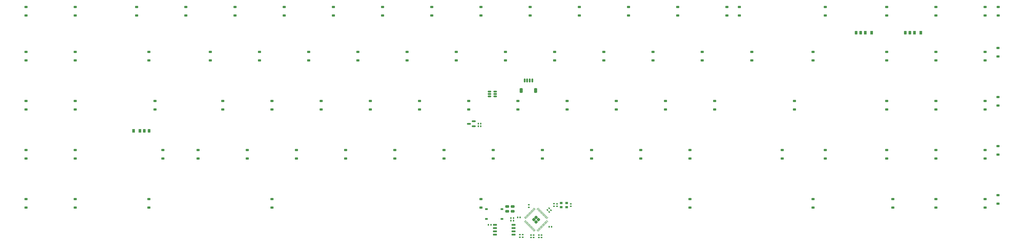
<source format=gbr>
%TF.GenerationSoftware,KiCad,Pcbnew,8.0.1*%
%TF.CreationDate,2026-01-01T00:47:39+09:00*%
%TF.ProjectId,W1-AT_RP2040_Notooth,57312d41-545f-4525-9032-3034305f4e6f,rev?*%
%TF.SameCoordinates,Original*%
%TF.FileFunction,Paste,Bot*%
%TF.FilePolarity,Positive*%
%FSLAX46Y46*%
G04 Gerber Fmt 4.6, Leading zero omitted, Abs format (unit mm)*
G04 Created by KiCad (PCBNEW 8.0.1) date 2026-01-01 00:47:39*
%MOMM*%
%LPD*%
G01*
G04 APERTURE LIST*
G04 Aperture macros list*
%AMRoundRect*
0 Rectangle with rounded corners*
0 $1 Rounding radius*
0 $2 $3 $4 $5 $6 $7 $8 $9 X,Y pos of 4 corners*
0 Add a 4 corners polygon primitive as box body*
4,1,4,$2,$3,$4,$5,$6,$7,$8,$9,$2,$3,0*
0 Add four circle primitives for the rounded corners*
1,1,$1+$1,$2,$3*
1,1,$1+$1,$4,$5*
1,1,$1+$1,$6,$7*
1,1,$1+$1,$8,$9*
0 Add four rect primitives between the rounded corners*
20,1,$1+$1,$2,$3,$4,$5,0*
20,1,$1+$1,$4,$5,$6,$7,0*
20,1,$1+$1,$6,$7,$8,$9,0*
20,1,$1+$1,$8,$9,$2,$3,0*%
G04 Aperture macros list end*
%ADD10RoundRect,0.225000X-0.375000X0.225000X-0.375000X-0.225000X0.375000X-0.225000X0.375000X0.225000X0*%
%ADD11RoundRect,0.225000X0.375000X-0.225000X0.375000X0.225000X-0.375000X0.225000X-0.375000X-0.225000X0*%
%ADD12RoundRect,0.250000X-0.413257X0.000000X0.000000X-0.413257X0.413257X0.000000X0.000000X0.413257X0*%
%ADD13RoundRect,0.050000X-0.309359X0.238649X0.238649X-0.309359X0.309359X-0.238649X-0.238649X0.309359X0*%
%ADD14RoundRect,0.050000X-0.309359X-0.238649X-0.238649X-0.309359X0.309359X0.238649X0.238649X0.309359X0*%
%ADD15RoundRect,0.140000X-0.170000X0.140000X-0.170000X-0.140000X0.170000X-0.140000X0.170000X0.140000X0*%
%ADD16RoundRect,0.135000X-0.185000X0.135000X-0.185000X-0.135000X0.185000X-0.135000X0.185000X0.135000X0*%
%ADD17RoundRect,0.140000X0.170000X-0.140000X0.170000X0.140000X-0.170000X0.140000X-0.170000X-0.140000X0*%
%ADD18RoundRect,0.250000X-0.475000X0.250000X-0.475000X-0.250000X0.475000X-0.250000X0.475000X0.250000X0*%
%ADD19R,1.000000X1.400000*%
%ADD20RoundRect,0.150000X0.650000X0.150000X-0.650000X0.150000X-0.650000X-0.150000X0.650000X-0.150000X0*%
%ADD21RoundRect,0.135000X-0.135000X-0.185000X0.135000X-0.185000X0.135000X0.185000X-0.135000X0.185000X0*%
%ADD22R,1.000000X0.900000*%
%ADD23RoundRect,0.140000X-0.140000X-0.170000X0.140000X-0.170000X0.140000X0.170000X-0.140000X0.170000X0*%
%ADD24RoundRect,0.140000X-0.021213X0.219203X-0.219203X0.021213X0.021213X-0.219203X0.219203X-0.021213X0*%
%ADD25RoundRect,0.250000X0.262500X0.450000X-0.262500X0.450000X-0.262500X-0.450000X0.262500X-0.450000X0*%
%ADD26RoundRect,0.150000X0.587500X0.150000X-0.587500X0.150000X-0.587500X-0.150000X0.587500X-0.150000X0*%
%ADD27RoundRect,0.150000X-0.512500X-0.150000X0.512500X-0.150000X0.512500X0.150000X-0.512500X0.150000X0*%
%ADD28RoundRect,0.140000X0.140000X0.170000X-0.140000X0.170000X-0.140000X-0.170000X0.140000X-0.170000X0*%
%ADD29RoundRect,0.250000X-0.262500X-0.450000X0.262500X-0.450000X0.262500X0.450000X-0.262500X0.450000X0*%
%ADD30R,1.000000X0.750000*%
%ADD31RoundRect,0.140000X0.021213X-0.219203X0.219203X-0.021213X-0.021213X0.219203X-0.219203X0.021213X0*%
%ADD32RoundRect,0.150000X0.150000X0.625000X-0.150000X0.625000X-0.150000X-0.625000X0.150000X-0.625000X0*%
%ADD33RoundRect,0.250000X0.350000X0.650000X-0.350000X0.650000X-0.350000X-0.650000X0.350000X-0.650000X0*%
G04 APERTURE END LIST*
D10*
%TO.C,D26*%
X108187500Y-49950000D03*
X108187500Y-53250000D03*
%TD*%
D11*
%TO.C,D16*%
X313075000Y-35800000D03*
X313075000Y-32500000D03*
%TD*%
D12*
%TO.C,U3*%
X234343585Y-114193495D03*
X233442024Y-115095056D03*
X235245146Y-115095056D03*
X234343585Y-115996617D03*
D13*
X230074428Y-114502854D03*
X230357271Y-114220011D03*
X230640113Y-113937169D03*
X230922956Y-113654326D03*
X231205799Y-113371483D03*
X231488641Y-113088641D03*
X231771484Y-112805798D03*
X232054327Y-112522955D03*
X232337170Y-112240112D03*
X232620012Y-111957270D03*
X232902855Y-111674427D03*
X233185698Y-111391584D03*
X233468540Y-111108742D03*
X233751383Y-110825899D03*
D14*
X234935787Y-110825899D03*
X235218630Y-111108742D03*
X235501472Y-111391584D03*
X235784315Y-111674427D03*
X236067158Y-111957270D03*
X236350000Y-112240112D03*
X236632843Y-112522955D03*
X236915686Y-112805798D03*
X237198529Y-113088641D03*
X237481371Y-113371483D03*
X237764214Y-113654326D03*
X238047057Y-113937169D03*
X238329899Y-114220011D03*
X238612742Y-114502854D03*
D13*
X238612742Y-115687258D03*
X238329899Y-115970101D03*
X238047057Y-116252943D03*
X237764214Y-116535786D03*
X237481371Y-116818629D03*
X237198529Y-117101471D03*
X236915686Y-117384314D03*
X236632843Y-117667157D03*
X236350000Y-117950000D03*
X236067158Y-118232842D03*
X235784315Y-118515685D03*
X235501472Y-118798528D03*
X235218630Y-119081370D03*
X234935787Y-119364213D03*
D14*
X233751383Y-119364213D03*
X233468540Y-119081370D03*
X233185698Y-118798528D03*
X232902855Y-118515685D03*
X232620012Y-118232842D03*
X232337170Y-117950000D03*
X232054327Y-117667157D03*
X231771484Y-117384314D03*
X231488641Y-117101471D03*
X231205799Y-116818629D03*
X230922956Y-116535786D03*
X230640113Y-116252943D03*
X230357271Y-115970101D03*
X230074428Y-115687258D03*
%TD*%
D10*
%TO.C,D24*%
X55800000Y-49950000D03*
X55800000Y-53250000D03*
%TD*%
D15*
%TO.C,C10*%
X228050000Y-120920000D03*
X228050000Y-121880000D03*
%TD*%
D10*
%TO.C,D60*%
X389175000Y-69000000D03*
X389175000Y-72300000D03*
%TD*%
%TO.C,D75*%
X293925000Y-88050000D03*
X293925000Y-91350000D03*
%TD*%
%TO.C,D52*%
X208200000Y-69000000D03*
X208200000Y-72300000D03*
%TD*%
%TO.C,D28*%
X146287500Y-49950000D03*
X146287500Y-53250000D03*
%TD*%
%TO.C,D56*%
X284400000Y-69000000D03*
X284400000Y-72300000D03*
%TD*%
D16*
%TO.C,R5*%
X241247140Y-108915001D03*
X241247140Y-109934999D03*
%TD*%
D10*
%TO.C,D35*%
X279637500Y-49950000D03*
X279637500Y-53250000D03*
%TD*%
%TO.C,D65*%
X89775000Y-88050000D03*
X89775000Y-91350000D03*
%TD*%
D11*
%TO.C,D20*%
X413275000Y-35800000D03*
X413275000Y-32500000D03*
%TD*%
%TO.C,D13*%
X270112500Y-35800000D03*
X270112500Y-32500000D03*
%TD*%
D17*
%TO.C,C1*%
X229175000Y-121880000D03*
X229175000Y-120920000D03*
%TD*%
%TO.C,C2*%
X236450000Y-122005000D03*
X236450000Y-121045000D03*
%TD*%
D11*
%TO.C,D3*%
X79612500Y-35800000D03*
X79612500Y-32500000D03*
%TD*%
D10*
%TO.C,D59*%
X370125000Y-69000000D03*
X370125000Y-72300000D03*
%TD*%
D11*
%TO.C,D97*%
X389175000Y-110400000D03*
X389175000Y-107100000D03*
%TD*%
D10*
%TO.C,D68*%
X160575000Y-88050000D03*
X160575000Y-91350000D03*
%TD*%
D15*
%TO.C,C14*%
X232350000Y-121045000D03*
X232350000Y-122005000D03*
%TD*%
D10*
%TO.C,D80*%
X413175000Y-86500000D03*
X413175000Y-89800000D03*
%TD*%
D11*
%TO.C,D4*%
X98662500Y-35800000D03*
X98662500Y-32500000D03*
%TD*%
D18*
%TO.C,R7*%
X223175000Y-109950000D03*
X223175000Y-111850000D03*
%TD*%
D10*
%TO.C,D49*%
X151050000Y-69000000D03*
X151050000Y-72300000D03*
%TD*%
D19*
%TO.C,LED2*%
X364274999Y-42500000D03*
X361775001Y-42500000D03*
%TD*%
D10*
%TO.C,D61*%
X408225000Y-69000000D03*
X408225000Y-72300000D03*
%TD*%
D11*
%TO.C,D6*%
X136762500Y-35800000D03*
X136762500Y-32500000D03*
%TD*%
D10*
%TO.C,D83*%
X346312500Y-88050000D03*
X346312500Y-91350000D03*
%TD*%
D15*
%TO.C,C4*%
X231475000Y-109320000D03*
X231475000Y-110280000D03*
%TD*%
D10*
%TO.C,D93*%
X413175000Y-105550000D03*
X413175000Y-108850000D03*
%TD*%
%TO.C,D85*%
X55800000Y-107100000D03*
X55800000Y-110400000D03*
%TD*%
%TO.C,D36*%
X298687500Y-49950000D03*
X298687500Y-53250000D03*
%TD*%
%TO.C,D58*%
X334406250Y-69000000D03*
X334406250Y-72300000D03*
%TD*%
%TO.C,D84*%
X36750000Y-107100000D03*
X36750000Y-110400000D03*
%TD*%
%TO.C,D33*%
X241537500Y-49950000D03*
X241537500Y-53250000D03*
%TD*%
D11*
%TO.C,D18*%
X389175000Y-35800000D03*
X389175000Y-32500000D03*
%TD*%
D20*
%TO.C,U2*%
X225625000Y-117120000D03*
X225625000Y-118390000D03*
X225625000Y-119660000D03*
X225625000Y-120930000D03*
X218425000Y-120930000D03*
X218425000Y-119660000D03*
X218425000Y-118390000D03*
X218425000Y-117120000D03*
%TD*%
D21*
%TO.C,R3*%
X224540001Y-115475000D03*
X225559999Y-115475000D03*
%TD*%
D17*
%TO.C,C16*%
X242447140Y-109905000D03*
X242447140Y-108945000D03*
%TD*%
D10*
%TO.C,D31*%
X203437500Y-49950000D03*
X203437500Y-53250000D03*
%TD*%
D11*
%TO.C,D1*%
X36750000Y-35800000D03*
X36750000Y-32500000D03*
%TD*%
D10*
%TO.C,D77*%
X370125000Y-88050000D03*
X370125000Y-91350000D03*
%TD*%
%TO.C,D45*%
X55800000Y-69000000D03*
X55800000Y-72300000D03*
%TD*%
D22*
%TO.C,Y1*%
X246200000Y-110200000D03*
X244050000Y-110200000D03*
X244050000Y-108650000D03*
X246200000Y-108650000D03*
%TD*%
D11*
%TO.C,D17*%
X370125000Y-35800000D03*
X370125000Y-32500000D03*
%TD*%
D10*
%TO.C,D42*%
X413175000Y-48400000D03*
X413175000Y-51700000D03*
%TD*%
%TO.C,D76*%
X329643750Y-88050000D03*
X329643750Y-91350000D03*
%TD*%
D18*
%TO.C,R6*%
X225225000Y-109950000D03*
X225225000Y-111850000D03*
%TD*%
D10*
%TO.C,D47*%
X112950000Y-69000000D03*
X112950000Y-72300000D03*
%TD*%
D11*
%TO.C,D11*%
X232012500Y-35800000D03*
X232012500Y-32500000D03*
%TD*%
D23*
%TO.C,C17*%
X211945000Y-78825000D03*
X212905000Y-78825000D03*
%TD*%
D11*
%TO.C,D90*%
X341550000Y-110400000D03*
X341550000Y-107100000D03*
%TD*%
%TO.C,D12*%
X251062500Y-35800000D03*
X251062500Y-32500000D03*
%TD*%
%TO.C,D19*%
X408225000Y-35800000D03*
X408225000Y-32500000D03*
%TD*%
D24*
%TO.C,C6*%
X239361091Y-110664340D03*
X238682269Y-111343162D03*
%TD*%
D11*
%TO.C,D2*%
X55800000Y-35800000D03*
X55800000Y-32500000D03*
%TD*%
D25*
%TO.C,R1*%
X84428750Y-80600000D03*
X82603750Y-80600000D03*
%TD*%
D11*
%TO.C,D22*%
X346312500Y-35800000D03*
X346312500Y-32500000D03*
%TD*%
%TO.C,D5*%
X117712500Y-35800000D03*
X117712500Y-32500000D03*
%TD*%
D26*
%TO.C,U4*%
X210212500Y-76912500D03*
X210212500Y-78812500D03*
X208337500Y-77862500D03*
%TD*%
D10*
%TO.C,D74*%
X274875000Y-88050000D03*
X274875000Y-91350000D03*
%TD*%
%TO.C,D66*%
X122475000Y-88050000D03*
X122475000Y-91350000D03*
%TD*%
D19*
%TO.C,LED1*%
X78406251Y-80600000D03*
X80906249Y-80600000D03*
%TD*%
D10*
%TO.C,D57*%
X303450000Y-69000000D03*
X303450000Y-72300000D03*
%TD*%
%TO.C,D69*%
X179625000Y-88050000D03*
X179625000Y-91350000D03*
%TD*%
D27*
%TO.C,U5*%
X216237500Y-67262499D03*
X216237500Y-66312500D03*
X216237500Y-65362501D03*
X218512500Y-65362501D03*
X218512500Y-66312500D03*
X218512500Y-67262499D03*
%TD*%
D28*
%TO.C,C5*%
X240330000Y-117875000D03*
X239370000Y-117875000D03*
%TD*%
D11*
%TO.C,D9*%
X193912500Y-35800000D03*
X193912500Y-32500000D03*
%TD*%
D10*
%TO.C,D64*%
X55800000Y-88050000D03*
X55800000Y-91350000D03*
%TD*%
%TO.C,D67*%
X141525000Y-88050000D03*
X141525000Y-91350000D03*
%TD*%
%TO.C,D72*%
X236775000Y-88050000D03*
X236775000Y-91350000D03*
%TD*%
%TO.C,D86*%
X84375000Y-107100000D03*
X84375000Y-110400000D03*
%TD*%
D17*
%TO.C,C3*%
X235425000Y-122005000D03*
X235425000Y-121045000D03*
%TD*%
D11*
%TO.C,D10*%
X212962500Y-35800000D03*
X212962500Y-32500000D03*
%TD*%
D10*
%TO.C,D92*%
X408225000Y-107100000D03*
X408225000Y-110400000D03*
%TD*%
%TO.C,D78*%
X389175000Y-88050000D03*
X389175000Y-91350000D03*
%TD*%
D29*
%TO.C,R2*%
X358252500Y-42500000D03*
X360077500Y-42500000D03*
%TD*%
D10*
%TO.C,D73*%
X255825000Y-88050000D03*
X255825000Y-91350000D03*
%TD*%
D11*
%TO.C,D7*%
X155812500Y-35800000D03*
X155812500Y-32500000D03*
%TD*%
D10*
%TO.C,D54*%
X246300000Y-69000000D03*
X246300000Y-72300000D03*
%TD*%
D30*
%TO.C,BOOTSEL1*%
X221125000Y-111025000D03*
X215125000Y-111025000D03*
X221125000Y-114775000D03*
X215125000Y-114775000D03*
%TD*%
D10*
%TO.C,D25*%
X84375000Y-49950000D03*
X84375000Y-53250000D03*
%TD*%
D19*
%TO.C,LED3*%
X383324999Y-42500000D03*
X380825001Y-42500000D03*
%TD*%
D10*
%TO.C,D30*%
X184387500Y-49950000D03*
X184387500Y-53250000D03*
%TD*%
%TO.C,D41*%
X408225000Y-49950000D03*
X408225000Y-53250000D03*
%TD*%
%TO.C,D95*%
X103425000Y-88050000D03*
X103425000Y-91350000D03*
%TD*%
%TO.C,D39*%
X370125000Y-49950000D03*
X370125000Y-53250000D03*
%TD*%
D15*
%TO.C,C15*%
X247772139Y-108945000D03*
X247772139Y-109905000D03*
%TD*%
D10*
%TO.C,D71*%
X217725000Y-88050000D03*
X217725000Y-91350000D03*
%TD*%
%TO.C,D89*%
X293925000Y-107100000D03*
X293925000Y-110400000D03*
%TD*%
%TO.C,D32*%
X222487500Y-49950000D03*
X222487500Y-53250000D03*
%TD*%
%TO.C,D50*%
X170100000Y-69000000D03*
X170100000Y-72300000D03*
%TD*%
D29*
%TO.C,R8*%
X377302500Y-42500000D03*
X379127500Y-42500000D03*
%TD*%
D10*
%TO.C,D55*%
X265350000Y-69000000D03*
X265350000Y-72300000D03*
%TD*%
D23*
%TO.C,C7*%
X227195000Y-114225000D03*
X228155000Y-114225000D03*
%TD*%
D15*
%TO.C,C9*%
X233375000Y-121045000D03*
X233375000Y-122005000D03*
%TD*%
D31*
%TO.C,C11*%
X239410589Y-112064411D03*
X240089411Y-111385589D03*
%TD*%
D10*
%TO.C,D88*%
X212962500Y-107100000D03*
X212962500Y-110400000D03*
%TD*%
D21*
%TO.C,R4*%
X224540001Y-114425000D03*
X225559999Y-114425000D03*
%TD*%
D11*
%TO.C,D14*%
X289162500Y-35800000D03*
X289162500Y-32500000D03*
%TD*%
D10*
%TO.C,D27*%
X127237500Y-49950000D03*
X127237500Y-53250000D03*
%TD*%
%TO.C,D40*%
X389175000Y-49950000D03*
X389175000Y-53250000D03*
%TD*%
%TO.C,D44*%
X36750000Y-69000000D03*
X36750000Y-72300000D03*
%TD*%
D23*
%TO.C,C18*%
X211937500Y-77787500D03*
X212897500Y-77787500D03*
%TD*%
D10*
%TO.C,D70*%
X198675000Y-88050000D03*
X198675000Y-91350000D03*
%TD*%
%TO.C,D46*%
X86756250Y-69000000D03*
X86756250Y-72300000D03*
%TD*%
%TO.C,D38*%
X341550000Y-49950000D03*
X341550000Y-53250000D03*
%TD*%
%TO.C,D48*%
X132000000Y-69000000D03*
X132000000Y-72300000D03*
%TD*%
%TO.C,D51*%
X189150000Y-69000000D03*
X189150000Y-72300000D03*
%TD*%
D32*
%TO.C,J1*%
X232875000Y-61075000D03*
X231875000Y-61075000D03*
X230875000Y-61075000D03*
X229875000Y-61075000D03*
D33*
X234175000Y-64950000D03*
X228575000Y-64950000D03*
%TD*%
D10*
%TO.C,D87*%
X132000000Y-107100000D03*
X132000000Y-110400000D03*
%TD*%
%TO.C,D29*%
X165337500Y-49950000D03*
X165337500Y-53250000D03*
%TD*%
%TO.C,D62*%
X413175000Y-67450000D03*
X413175000Y-70750000D03*
%TD*%
D11*
%TO.C,D15*%
X308212500Y-35800000D03*
X308212500Y-32500000D03*
%TD*%
D28*
%TO.C,C8*%
X216830000Y-117125000D03*
X215870000Y-117125000D03*
%TD*%
D10*
%TO.C,D53*%
X227250000Y-69000000D03*
X227250000Y-72300000D03*
%TD*%
D11*
%TO.C,D8*%
X174862500Y-35800000D03*
X174862500Y-32500000D03*
%TD*%
D10*
%TO.C,D37*%
X317850000Y-49950000D03*
X317850000Y-53250000D03*
%TD*%
%TO.C,D23*%
X36750000Y-49950000D03*
X36750000Y-53250000D03*
%TD*%
%TO.C,D63*%
X36750000Y-88050000D03*
X36750000Y-91350000D03*
%TD*%
%TO.C,D91*%
X372450000Y-107100000D03*
X372450000Y-110400000D03*
%TD*%
%TO.C,D34*%
X260587500Y-49950000D03*
X260587500Y-53250000D03*
%TD*%
%TO.C,D79*%
X408225000Y-88050000D03*
X408225000Y-91350000D03*
%TD*%
M02*

</source>
